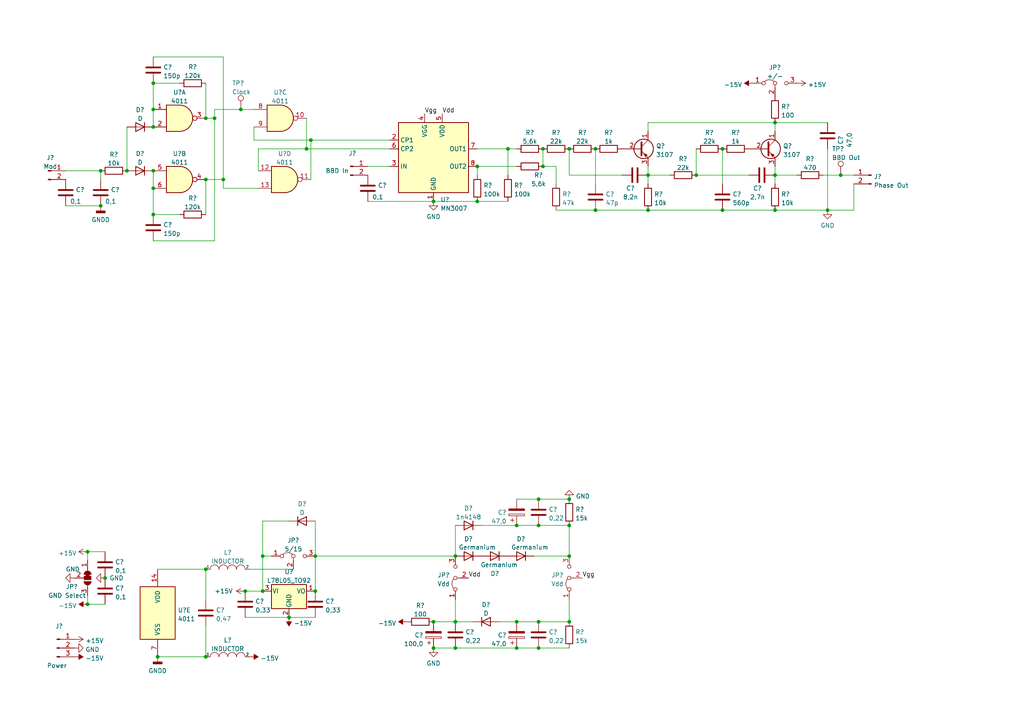
<source format=kicad_sch>
(kicad_sch (version 20211123) (generator eeschema)
  (paper "A4")
  (lib_symbols
    (symbol "4xxx:4011" (pin_names (offset 1.016))
      (property "Reference" "U" (at 0 1.27 0))
      (property "Value" "4011" (at 0 -1.27 0))
      (symbol "4011_1_1"
        (arc (start 0 -3.81) (mid 3.81 0) (end 0 3.81) (stroke (width 0.254)) (fill (type background)))
        (polyline (pts (xy 0 3.81) (xy -3.81 3.81) (xy -3.81 -3.81) (xy 0 -3.81)) (stroke (width 0.254)) (fill (type background)))
        (pin input line (at -7.62 2.54 0) (length 3.81) (name "~") (number "1"))
        (pin input line (at -7.62 -2.54 0) (length 3.81) (name "~") (number "2"))
        (pin output inverted (at 7.62 0 180) (length 3.81) (name "~") (number "3"))
      )
      (symbol "4011_1_2"
        (arc (start -3.81 -3.81) (mid -2.589 0) (end -3.81 3.81) (stroke (width 0.254)))
        (arc (start -0.6096 -3.81) (mid 2.1842 -2.5851) (end 3.81 0) (stroke (width 0.254)) (fill (type background)))
        (polyline (pts (xy -3.81 -3.81) (xy -0.635 -3.81)) (stroke (width 0.254)) (fill (type background)))
        (polyline (pts (xy -3.81 3.81) (xy -0.635 3.81)) (stroke (width 0.254)) (fill (type background)))
        (polyline (pts (xy -0.635 3.81) (xy -3.81 3.81) (xy -3.81 3.81) (xy -3.556 3.4036) (xy -3.0226 2.2606) (xy -2.6924 1.0414) (xy -2.6162 -0.254) (xy -2.7686 -1.4986) (xy -3.175 -2.7178) (xy -3.81 -3.81) (xy -3.81 -3.81) (xy -0.635 -3.81)) (stroke (width -25.4)) (fill (type background)))
        (arc (start 3.81 0) (mid 2.1915 2.5936) (end -0.6096 3.81) (stroke (width 0.254)) (fill (type background)))
        (pin input inverted (at -7.62 2.54 0) (length 4.318) (name "~") (number "1"))
        (pin input inverted (at -7.62 -2.54 0) (length 4.318) (name "~") (number "2"))
        (pin output line (at 7.62 0 180) (length 3.81) (name "~") (number "3"))
      )
      (symbol "4011_2_1"
        (arc (start 0 -3.81) (mid 3.81 0) (end 0 3.81) (stroke (width 0.254)) (fill (type background)))
        (polyline (pts (xy 0 3.81) (xy -3.81 3.81) (xy -3.81 -3.81) (xy 0 -3.81)) (stroke (width 0.254)) (fill (type background)))
        (pin output inverted (at 7.62 0 180) (length 3.81) (name "~") (number "4"))
        (pin input line (at -7.62 2.54 0) (length 3.81) (name "~") (number "5"))
        (pin input line (at -7.62 -2.54 0) (length 3.81) (name "~") (number "6"))
      )
      (symbol "4011_2_2"
        (arc (start -3.81 -3.81) (mid -2.589 0) (end -3.81 3.81) (stroke (width 0.254)))
        (arc (start -0.6096 -3.81) (mid 2.1842 -2.5851) (end 3.81 0) (stroke (width 0.254)) (fill (type background)))
        (polyline (pts (xy -3.81 -3.81) (xy -0.635 -3.81)) (stroke (width 0.254)) (fill (type background)))
        (polyline (pts (xy -3.81 3.81) (xy -0.635 3.81)) (stroke (width 0.254)) (fill (type background)))
        (polyline (pts (xy -0.635 3.81) (xy -3.81 3.81) (xy -3.81 3.81) (xy -3.556 3.4036) (xy -3.0226 2.2606) (xy -2.6924 1.0414) (xy -2.6162 -0.254) (xy -2.7686 -1.4986) (xy -3.175 -2.7178) (xy -3.81 -3.81) (xy -3.81 -3.81) (xy -0.635 -3.81)) (stroke (width -25.4)) (fill (type background)))
        (arc (start 3.81 0) (mid 2.1915 2.5936) (end -0.6096 3.81) (stroke (width 0.254)) (fill (type background)))
        (pin output line (at 7.62 0 180) (length 3.81) (name "~") (number "4"))
        (pin input inverted (at -7.62 2.54 0) (length 4.318) (name "~") (number "5"))
        (pin input inverted (at -7.62 -2.54 0) (length 4.318) (name "~") (number "6"))
      )
      (symbol "4011_3_1"
        (arc (start 0 -3.81) (mid 3.81 0) (end 0 3.81) (stroke (width 0.254)) (fill (type background)))
        (polyline (pts (xy 0 3.81) (xy -3.81 3.81) (xy -3.81 -3.81) (xy 0 -3.81)) (stroke (width 0.254)) (fill (type background)))
        (pin output inverted (at 7.62 0 180) (length 3.81) (name "~") (number "10"))
        (pin input line (at -7.62 2.54 0) (length 3.81) (name "~") (number "8"))
        (pin input line (at -7.62 -2.54 0) (length 3.81) (name "~") (number "9"))
      )
      (symbol "4011_3_2"
        (arc (start -3.81 -3.81) (mid -2.589 0) (end -3.81 3.81) (stroke (width 0.254)))
        (arc (start -0.6096 -3.81) (mid 2.1842 -2.5851) (end 3.81 0) (stroke (width 0.254)) (fill (type background)))
        (polyline (pts (xy -3.81 -3.81) (xy -0.635 -3.81)) (stroke (width 0.254)) (fill (type background)))
        (polyline (pts (xy -3.81 3.81) (xy -0.635 3.81)) (stroke (width 0.254)) (fill (type background)))
        (polyline (pts (xy -0.635 3.81) (xy -3.81 3.81) (xy -3.81 3.81) (xy -3.556 3.4036) (xy -3.0226 2.2606) (xy -2.6924 1.0414) (xy -2.6162 -0.254) (xy -2.7686 -1.4986) (xy -3.175 -2.7178) (xy -3.81 -3.81) (xy -3.81 -3.81) (xy -0.635 -3.81)) (stroke (width -25.4)) (fill (type background)))
        (arc (start 3.81 0) (mid 2.1915 2.5936) (end -0.6096 3.81) (stroke (width 0.254)) (fill (type background)))
        (pin output line (at 7.62 0 180) (length 3.81) (name "~") (number "10"))
        (pin input inverted (at -7.62 2.54 0) (length 4.318) (name "~") (number "8"))
        (pin input inverted (at -7.62 -2.54 0) (length 4.318) (name "~") (number "9"))
      )
      (symbol "4011_4_1"
        (arc (start 0 -3.81) (mid 3.81 0) (end 0 3.81) (stroke (width 0.254)) (fill (type background)))
        (polyline (pts (xy 0 3.81) (xy -3.81 3.81) (xy -3.81 -3.81) (xy 0 -3.81)) (stroke (width 0.254)) (fill (type background)))
        (pin output inverted (at 7.62 0 180) (length 3.81) (name "~") (number "11"))
        (pin input line (at -7.62 2.54 0) (length 3.81) (name "~") (number "12"))
        (pin input line (at -7.62 -2.54 0) (length 3.81) (name "~") (number "13"))
      )
      (symbol "4011_4_2"
        (arc (start -3.81 -3.81) (mid -2.589 0) (end -3.81 3.81) (stroke (width 0.254)))
        (arc (start -0.6096 -3.81) (mid 2.1842 -2.5851) (end 3.81 0) (stroke (width 0.254)) (fill (type background)))
        (polyline (pts (xy -3.81 -3.81) (xy -0.635 -3.81)) (stroke (width 0.254)) (fill (type background)))
        (polyline (pts (xy -3.81 3.81) (xy -0.635 3.81)) (stroke (width 0.254)) (fill (type background)))
        (polyline (pts (xy -0.635 3.81) (xy -3.81 3.81) (xy -3.81 3.81) (xy -3.556 3.4036) (xy -3.0226 2.2606) (xy -2.6924 1.0414) (xy -2.6162 -0.254) (xy -2.7686 -1.4986) (xy -3.175 -2.7178) (xy -3.81 -3.81) (xy -3.81 -3.81) (xy -0.635 -3.81)) (stroke (width -25.4)) (fill (type background)))
        (arc (start 3.81 0) (mid 2.1915 2.5936) (end -0.6096 3.81) (stroke (width 0.254)) (fill (type background)))
        (pin output line (at 7.62 0 180) (length 3.81) (name "~") (number "11"))
        (pin input inverted (at -7.62 2.54 0) (length 4.318) (name "~") (number "12"))
        (pin input inverted (at -7.62 -2.54 0) (length 4.318) (name "~") (number "13"))
      )
      (symbol "4011_5_0"
        (pin power_in line (at 0 12.7 270) (length 5.08) (name "VDD") (number "14"))
        (pin power_in line (at 0 -12.7 90) (length 5.08) (name "VSS") (number "7"))
      )
      (symbol "4011_5_1"
        (rectangle (start -5.08 7.62) (end 5.08 -7.62) (stroke (width 0.254)) (fill (type background)))
      )
    )
    (symbol "Audio:MN3007"
      (property "Reference" "U" (at -10.16 12.7 0))
      (property "Value" "MN3007" (at 10.16 -12.7 0))
      (symbol "MN3007_0_1"
        (rectangle (start -10.16 10.16) (end 10.16 -10.16) (stroke (width 0.254)) (fill (type background)))
      )
      (symbol "MN3007_1_1"
        (pin power_in line (at 0 -12.7 90) (length 2.54) (name "GND") (number "1"))
        (pin input line (at -12.7 5.08 0) (length 2.54) (name "CP1") (number "2"))
        (pin input line (at -12.7 -2.54 0) (length 2.54) (name "IN") (number "3"))
        (pin power_in line (at -2.54 12.7 270) (length 2.54) (name "VGG") (number "4"))
        (pin power_in line (at 2.54 12.7 270) (length 2.54) (name "VDD") (number "5"))
        (pin input line (at -12.7 2.54 0) (length 2.54) (name "CP2") (number "6"))
        (pin output line (at 12.7 2.54 180) (length 2.54) (name "OUT1") (number "7"))
        (pin output line (at 12.7 -2.54 180) (length 2.54) (name "OUT2") (number "8"))
      )
    )
    (symbol "Connector:Conn_01x02_Male" (pin_names (offset 1.016) hide)
      (property "Reference" "J" (at 0 2.54 0))
      (property "Value" "Conn_01x02_Male" (at 0 -5.08 0))
      (symbol "Conn_01x02_Male_1_1"
        (polyline (pts (xy 1.27 -2.54) (xy 0.8636 -2.54)) (stroke (width 0.1524)))
        (polyline (pts (xy 1.27 0) (xy 0.8636 0)) (stroke (width 0.1524)))
        (rectangle (start 0.8636 -2.413) (end 0 -2.667) (stroke (width 0.1524)) (fill (type outline)))
        (rectangle (start 0.8636 0.127) (end 0 -0.127) (stroke (width 0.1524)) (fill (type outline)))
        (pin passive line (at 5.08 0 180) (length 3.81) (name "Pin_1") (number "1"))
        (pin passive line (at 5.08 -2.54 180) (length 3.81) (name "Pin_2") (number "2"))
      )
    )
    (symbol "Connector:Conn_01x03_Male" (pin_names (offset 1.016) hide)
      (property "Reference" "J" (at 0 5.08 0))
      (property "Value" "Conn_01x03_Male" (at 0 -5.08 0))
      (symbol "Conn_01x03_Male_1_1"
        (polyline (pts (xy 1.27 -2.54) (xy 0.8636 -2.54)) (stroke (width 0.1524)))
        (polyline (pts (xy 1.27 0) (xy 0.8636 0)) (stroke (width 0.1524)))
        (polyline (pts (xy 1.27 2.54) (xy 0.8636 2.54)) (stroke (width 0.1524)))
        (rectangle (start 0.8636 -2.413) (end 0 -2.667) (stroke (width 0.1524)) (fill (type outline)))
        (rectangle (start 0.8636 0.127) (end 0 -0.127) (stroke (width 0.1524)) (fill (type outline)))
        (rectangle (start 0.8636 2.667) (end 0 2.413) (stroke (width 0.1524)) (fill (type outline)))
        (pin passive line (at 5.08 2.54 180) (length 3.81) (name "Pin_1") (number "1"))
        (pin passive line (at 5.08 0 180) (length 3.81) (name "Pin_2") (number "2"))
        (pin passive line (at 5.08 -2.54 180) (length 3.81) (name "Pin_3") (number "3"))
      )
    )
    (symbol "Connector:TestPoint" (pin_numbers hide) (pin_names (offset 0.762) hide)
      (property "Reference" "TP" (at 0 6.858 0))
      (property "Value" "TestPoint" (at 0 5.08 0))
      (symbol "TestPoint_0_1"
        (circle (center 0 3.302) (radius 0.762))
      )
      (symbol "TestPoint_1_1"
        (pin passive line (at 0 0 90) (length 2.54) (name "1") (number "1"))
      )
    )
    (symbol "Device:C" (pin_numbers hide) (pin_names (offset 0.254))
      (property "Reference" "C" (at 0.635 2.54 0))
      (property "Value" "C" (at 0.635 -2.54 0))
      (symbol "C_0_1"
        (polyline (pts (xy -2.032 -0.762) (xy 2.032 -0.762)) (stroke (width 0.508)))
        (polyline (pts (xy -2.032 0.762) (xy 2.032 0.762)) (stroke (width 0.508)))
      )
      (symbol "C_1_1"
        (pin passive line (at 0 3.81 270) (length 2.794) (name "~") (number "1"))
        (pin passive line (at 0 -3.81 90) (length 2.794) (name "~") (number "2"))
      )
    )
    (symbol "Device:C_Polarized" (pin_numbers hide) (pin_names (offset 0.254))
      (property "Reference" "C" (at 0.635 2.54 0))
      (property "Value" "C_Polarized" (at 0.635 -2.54 0))
      (symbol "C_Polarized_0_1"
        (rectangle (start -2.286 0.508) (end 2.286 1.016))
        (polyline (pts (xy -1.778 2.286) (xy -0.762 2.286)))
        (polyline (pts (xy -1.27 2.794) (xy -1.27 1.778)))
        (rectangle (start 2.286 -0.508) (end -2.286 -1.016) (fill (type outline)))
      )
      (symbol "C_Polarized_1_1"
        (pin passive line (at 0 3.81 270) (length 2.794) (name "~") (number "1"))
        (pin passive line (at 0 -3.81 90) (length 2.794) (name "~") (number "2"))
      )
    )
    (symbol "Device:D" (pin_numbers hide) (pin_names (offset 1.016) hide)
      (property "Reference" "D" (at 0 2.54 0))
      (property "Value" "D" (at 0 -2.54 0))
      (symbol "D_0_1"
        (polyline (pts (xy -1.27 1.27) (xy -1.27 -1.27)) (stroke (width 0.254)))
        (polyline (pts (xy 1.27 0) (xy -1.27 0)))
        (polyline (pts (xy 1.27 1.27) (xy 1.27 -1.27) (xy -1.27 0) (xy 1.27 1.27)) (stroke (width 0.254)))
      )
      (symbol "D_1_1"
        (pin passive line (at -3.81 0 0) (length 2.54) (name "K") (number "1"))
        (pin passive line (at 3.81 0 180) (length 2.54) (name "A") (number "2"))
      )
    )
    (symbol "Device:Q_PNP_CBE" (pin_names (offset 0) hide)
      (property "Reference" "Q" (at 5.08 1.27 0))
      (property "Value" "Q_PNP_CBE" (at 5.08 -1.27 0))
      (symbol "Q_PNP_CBE_0_1"
        (polyline (pts (xy 0.635 0.635) (xy 2.54 2.54)))
        (polyline (pts (xy 0.635 -0.635) (xy 2.54 -2.54) (xy 2.54 -2.54)))
        (polyline (pts (xy 0.635 1.905) (xy 0.635 -1.905) (xy 0.635 -1.905)) (stroke (width 0.508)))
        (polyline (pts (xy 2.286 -1.778) (xy 1.778 -2.286) (xy 1.27 -1.27) (xy 2.286 -1.778) (xy 2.286 -1.778)) (fill (type outline)))
        (circle (center 1.27 0) (radius 2.8194) (stroke (width 0.254)))
      )
      (symbol "Q_PNP_CBE_1_1"
        (pin passive line (at 2.54 5.08 270) (length 2.54) (name "C") (number "1"))
        (pin input line (at -5.08 0 0) (length 5.715) (name "B") (number "2"))
        (pin passive line (at 2.54 -5.08 90) (length 2.54) (name "E") (number "3"))
      )
    )
    (symbol "Device:R" (pin_numbers hide) (pin_names (offset 0))
      (property "Reference" "R" (at 2.032 0 90))
      (property "Value" "R" (at 0 0 90))
      (symbol "R_0_1"
        (rectangle (start -1.016 -2.54) (end 1.016 2.54) (stroke (width 0.254)))
      )
      (symbol "R_1_1"
        (pin passive line (at 0 3.81 270) (length 1.27) (name "~") (number "1"))
        (pin passive line (at 0 -3.81 90) (length 1.27) (name "~") (number "2"))
      )
    )
    (symbol "Jumper:Jumper_3_Bridged12" (pin_names (offset 0) hide)
      (property "Reference" "JP" (at -2.54 -2.54 0))
      (property "Value" "Jumper_3_Bridged12" (at 0 2.794 0))
      (symbol "Jumper_3_Bridged12_0_0"
        (circle (center -3.302 0) (radius 0.508))
        (circle (center 0 0) (radius 0.508))
        (circle (center 3.302 0) (radius 0.508))
      )
      (symbol "Jumper_3_Bridged12_0_1"
        (arc (start -0.254 0.508) (mid -1.651 0.9912) (end -3.048 0.508))
        (polyline (pts (xy 0 -1.27) (xy 0 -0.508)))
      )
      (symbol "Jumper_3_Bridged12_1_1"
        (pin passive line (at -6.35 0 0) (length 2.54) (name "A") (number "1"))
        (pin passive line (at 0 -3.81 90) (length 2.54) (name "C") (number "2"))
        (pin passive line (at 6.35 0 180) (length 2.54) (name "B") (number "3"))
      )
    )
    (symbol "Jumper:SolderJumper_3_Bridged12" (pin_names (offset 0) hide)
      (property "Reference" "JP" (at -2.54 -2.54 0))
      (property "Value" "SolderJumper_3_Bridged12" (at 0 2.794 0))
      (symbol "SolderJumper_3_Bridged12_0_1"
        (rectangle (start -1.016 0.508) (end -0.508 -0.508) (fill (type outline)))
        (arc (start -1.016 1.016) (mid -2.032 0) (end -1.016 -1.016))
        (arc (start -1.016 1.016) (mid -2.032 0) (end -1.016 -1.016) (fill (type outline)))
        (rectangle (start -0.508 1.016) (end 0.508 -1.016) (fill (type outline)))
        (polyline (pts (xy -2.54 0) (xy -2.032 0)))
        (polyline (pts (xy -1.016 1.016) (xy -1.016 -1.016)))
        (polyline (pts (xy 0 -1.27) (xy 0 -1.016)))
        (polyline (pts (xy 1.016 1.016) (xy 1.016 -1.016)))
        (polyline (pts (xy 2.54 0) (xy 2.032 0)))
        (arc (start 1.016 -1.016) (mid 2.032 0) (end 1.016 1.016))
        (arc (start 1.016 -1.016) (mid 2.032 0) (end 1.016 1.016) (fill (type outline)))
      )
      (symbol "SolderJumper_3_Bridged12_1_1"
        (pin passive line (at -5.08 0 0) (length 2.54) (name "A") (number "1"))
        (pin passive line (at 0 -3.81 90) (length 2.54) (name "C") (number "2"))
        (pin passive line (at 5.08 0 180) (length 2.54) (name "B") (number "3"))
      )
    )
    (symbol "Regulator_Linear:L78L05_TO92" (pin_names (offset 0.254))
      (property "Reference" "U" (at -3.81 3.175 0))
      (property "Value" "L78L05_TO92" (at 0 3.175 0))
      (symbol "L78L05_TO92_0_1"
        (rectangle (start -5.08 -5.08) (end 5.08 1.905) (stroke (width 0.254)) (fill (type background)))
      )
      (symbol "L78L05_TO92_1_1"
        (pin power_out line (at 7.62 0 180) (length 2.54) (name "VO") (number "1"))
        (pin power_in line (at 0 -7.62 90) (length 2.54) (name "GND") (number "2"))
        (pin power_in line (at -7.62 0 0) (length 2.54) (name "VI") (number "3"))
      )
    )
    (symbol "power:+15V" (power) (pin_names (offset 0))
      (property "Value" "+15V" (at 0 3.556 0))
      (symbol "+15V_0_1"
        (polyline (pts (xy -0.762 1.27) (xy 0 2.54)))
        (polyline (pts (xy 0 0) (xy 0 2.54)))
        (polyline (pts (xy 0 2.54) (xy 0.762 1.27)))
      )
      (symbol "+15V_1_1"
        (pin power_in line (at 0 0 90) (length 0) hide (name "+15V") (number "1"))
      )
    )
    (symbol "power:-15V" (power) (pin_names (offset 0))
      (property "Value" "-15V" (at 0 3.81 0))
      (symbol "-15V_0_0"
        (pin power_in line (at 0 0 90) (length 0) hide (name "-15V") (number "1"))
      )
      (symbol "-15V_0_1"
        (polyline (pts (xy 0 0) (xy 0 1.27) (xy 0.762 1.27) (xy 0 2.54) (xy -0.762 1.27) (xy 0 1.27)) (fill (type outline)))
      )
    )
    (symbol "power:GND" (power) (pin_names (offset 0))
      (property "Value" "GND" (at 0 -3.81 0))
      (symbol "GND_0_1"
        (polyline (pts (xy 0 0) (xy 0 -1.27) (xy 1.27 -1.27) (xy 0 -2.54) (xy -1.27 -1.27) (xy 0 -1.27)))
      )
      (symbol "GND_1_1"
        (pin power_in line (at 0 0 270) (length 0) hide (name "GND") (number "1"))
      )
    )
    (symbol "power:GNDD" (power) (pin_names (offset 0))
      (property "Value" "GNDD" (at 0 -3.175 0))
      (symbol "GNDD_0_1"
        (rectangle (start -1.27 -1.524) (end 1.27 -2.032) (stroke (width 0.254)) (fill (type outline)))
        (polyline (pts (xy 0 0) (xy 0 -1.524)))
      )
      (symbol "GNDD_1_1"
        (pin power_in line (at 0 0 270) (length 0) hide (name "GNDD") (number "1"))
      )
    )
    (symbol "pspice:INDUCTOR" (pin_numbers hide) (pin_names (offset 0))
      (property "Reference" "L" (at 0 2.54 0))
      (property "Value" "INDUCTOR" (at 0 -1.27 0))
      (symbol "INDUCTOR_0_1"
        (arc (start -2.54 0) (mid -3.81 1.27) (end -5.08 0))
        (arc (start 0 0) (mid -1.27 1.27) (end -2.54 0))
        (arc (start 2.54 0) (mid 1.27 1.27) (end 0 0))
        (arc (start 5.08 0) (mid 3.81 1.27) (end 2.54 0))
      )
      (symbol "INDUCTOR_1_1"
        (pin input line (at -6.35 0 0) (length 1.27) (name "1") (number "1"))
        (pin input line (at 6.35 0 180) (length 1.27) (name "2") (number "2"))
      )
    )
  )
  (junction (at 25.4 160.02))
  (junction (at 165.1 43.18))
  (junction (at 125.73 58.42))
  (junction (at 44.45 24.13))
  (junction (at 172.72 43.18))
  (junction (at 88.9 43.18))
  (junction (at 62.23 34.29))
  (junction (at 59.69 165.1))
  (junction (at 149.86 152.4))
  (junction (at 138.43 48.26))
  (junction (at 224.79 35.56))
  (junction (at 91.44 171.45))
  (junction (at 125.73 180.34))
  (junction (at 165.1 152.4))
  (junction (at 156.21 152.4))
  (junction (at 149.86 180.34))
  (junction (at 30.48 167.64))
  (junction (at 132.08 187.96))
  (junction (at 201.93 50.8))
  (junction (at 156.21 144.78))
  (junction (at 147.32 43.18))
  (junction (at 91.44 161.29))
  (junction (at 59.69 190.5))
  (junction (at 209.55 60.96))
  (junction (at 209.55 43.18))
  (junction (at 44.45 62.23))
  (junction (at 44.45 54.61))
  (junction (at 125.73 187.96))
  (junction (at 76.2 171.45))
  (junction (at 187.96 60.96))
  (junction (at 187.96 50.8))
  (junction (at 157.48 48.26))
  (junction (at 224.79 50.8))
  (junction (at 25.4 175.26))
  (junction (at 64.77 52.07))
  (junction (at 149.86 187.96))
  (junction (at 156.21 187.96))
  (junction (at 157.48 43.18))
  (junction (at 165.1 161.29))
  (junction (at 29.21 49.53))
  (junction (at 165.1 144.78))
  (junction (at 156.21 180.34))
  (junction (at 29.21 59.69))
  (junction (at 36.83 49.53))
  (junction (at 71.12 171.45))
  (junction (at 76.2 161.29))
  (junction (at 243.84 50.8))
  (junction (at 224.79 60.96))
  (junction (at 44.45 49.53))
  (junction (at 90.17 40.64))
  (junction (at 172.72 60.96))
  (junction (at 45.72 190.5))
  (junction (at 132.08 161.29))
  (junction (at 165.1 180.34))
  (junction (at 44.45 36.83))
  (junction (at 138.43 58.42))
  (junction (at 44.45 31.75))
  (junction (at 59.69 52.07))
  (junction (at 132.08 180.34))
  (junction (at 69.85 31.75))
  (junction (at 83.82 179.07))
  (junction (at 240.03 60.96))
  (junction (at 59.69 34.29))
  (wire (pts (xy 19.05 59.69) (xy 29.21 59.69)))
  (wire (pts (xy 132.08 187.96) (xy 149.86 187.96)))
  (wire (pts (xy 217.17 50.8) (xy 201.93 50.8)))
  (wire (pts (xy 180.34 50.8) (xy 165.1 50.8)))
  (wire (pts (xy 44.45 62.23) (xy 44.45 54.61)))
  (wire (pts (xy 240.03 43.18) (xy 240.03 60.96)))
  (wire (pts (xy 187.96 50.8) (xy 187.96 53.34)))
  (wire (pts (xy 201.93 50.8) (xy 201.93 43.18)))
  (wire (pts (xy 62.23 34.29) (xy 59.69 34.29)))
  (wire (pts (xy 71.12 171.45) (xy 76.2 171.45)))
  (wire (pts (xy 224.79 48.26) (xy 224.79 50.8)))
  (wire (pts (xy 156.21 152.4) (xy 165.1 152.4)))
  (wire (pts (xy 44.45 49.53) (xy 44.45 54.61)))
  (wire (pts (xy 247.65 60.96) (xy 240.03 60.96)))
  (wire (pts (xy 238.76 50.8) (xy 243.84 50.8)))
  (wire (pts (xy 209.55 43.18) (xy 209.55 53.34)))
  (wire (pts (xy 157.48 43.18) (xy 157.48 48.26)))
  (wire (pts (xy 243.84 50.8) (xy 247.65 50.8)))
  (wire (pts (xy 64.77 16.51) (xy 64.77 52.07)))
  (wire (pts (xy 165.1 173.99) (xy 165.1 180.34)))
  (wire (pts (xy 52.07 24.13) (xy 44.45 24.13)))
  (wire (pts (xy 73.66 31.75) (xy 69.85 31.75)))
  (wire (pts (xy 187.96 38.1) (xy 187.96 35.56)))
  (wire (pts (xy 165.1 152.4) (xy 165.1 161.29)))
  (wire (pts (xy 25.4 160.02) (xy 25.4 162.56)))
  (wire (pts (xy 36.83 36.83) (xy 36.83 49.53)))
  (wire (pts (xy 138.43 48.26) (xy 138.43 50.8)))
  (wire (pts (xy 78.74 161.29) (xy 76.2 161.29)))
  (wire (pts (xy 44.45 16.51) (xy 64.77 16.51)))
  (wire (pts (xy 125.73 180.34) (xy 132.08 180.34)))
  (wire (pts (xy 161.29 53.34) (xy 161.29 48.26)))
  (wire (pts (xy 209.55 60.96) (xy 224.79 60.96)))
  (wire (pts (xy 156.21 144.78) (xy 165.1 144.78)))
  (wire (pts (xy 76.2 161.29) (xy 76.2 171.45)))
  (wire (pts (xy 172.72 43.18) (xy 172.72 53.34)))
  (wire (pts (xy 44.45 31.75) (xy 44.45 36.83)))
  (wire (pts (xy 187.96 60.96) (xy 209.55 60.96)))
  (wire (pts (xy 44.45 69.85) (xy 62.23 69.85)))
  (wire (pts (xy 144.78 180.34) (xy 149.86 180.34)))
  (wire (pts (xy 132.08 173.99) (xy 132.08 180.34)))
  (wire (pts (xy 125.73 187.96) (xy 132.08 187.96)))
  (wire (pts (xy 88.9 34.29) (xy 88.9 43.18)))
  (wire (pts (xy 69.85 31.75) (xy 62.23 31.75)))
  (wire (pts (xy 88.9 43.18) (xy 74.93 43.18)))
  (wire (pts (xy 45.72 190.5) (xy 59.69 190.5)))
  (wire (pts (xy 71.12 179.07) (xy 83.82 179.07)))
  (wire (pts (xy 64.77 52.07) (xy 59.69 52.07)))
  (wire (pts (xy 19.05 49.53) (xy 29.21 49.53)))
  (wire (pts (xy 161.29 48.26) (xy 157.48 48.26)))
  (wire (pts (xy 45.72 165.1) (xy 59.69 165.1)))
  (wire (pts (xy 125.73 58.42) (xy 138.43 58.42)))
  (wire (pts (xy 138.43 48.26) (xy 149.86 48.26)))
  (wire (pts (xy 90.17 40.64) (xy 90.17 52.07)))
  (wire (pts (xy 187.96 48.26) (xy 187.96 50.8)))
  (wire (pts (xy 52.07 62.23) (xy 44.45 62.23)))
  (wire (pts (xy 138.43 43.18) (xy 147.32 43.18)))
  (wire (pts (xy 73.66 40.64) (xy 90.17 40.64)))
  (wire (pts (xy 72.39 165.1) (xy 85.09 165.1)))
  (wire (pts (xy 154.94 161.29) (xy 165.1 161.29)))
  (wire (pts (xy 91.44 161.29) (xy 132.08 161.29)))
  (wire (pts (xy 73.66 36.83) (xy 73.66 40.64)))
  (wire (pts (xy 132.08 152.4) (xy 132.08 161.29)))
  (wire (pts (xy 156.21 187.96) (xy 165.1 187.96)))
  (wire (pts (xy 74.93 54.61) (xy 64.77 54.61)))
  (wire (pts (xy 83.82 151.13) (xy 76.2 151.13)))
  (wire (pts (xy 224.79 35.56) (xy 240.03 35.56)))
  (wire (pts (xy 247.65 53.34) (xy 247.65 60.96)))
  (wire (pts (xy 29.21 52.07) (xy 29.21 49.53)))
  (wire (pts (xy 106.68 58.42) (xy 125.73 58.42)))
  (wire (pts (xy 91.44 161.29) (xy 91.44 171.45)))
  (wire (pts (xy 90.17 40.64) (xy 113.03 40.64)))
  (wire (pts (xy 165.1 50.8) (xy 165.1 43.18)))
  (wire (pts (xy 62.23 69.85) (xy 62.23 34.29)))
  (wire (pts (xy 172.72 60.96) (xy 187.96 60.96)))
  (wire (pts (xy 91.44 151.13) (xy 91.44 161.29)))
  (wire (pts (xy 62.23 31.75) (xy 62.23 34.29)))
  (wire (pts (xy 59.69 52.07) (xy 59.69 62.23)))
  (wire (pts (xy 224.79 50.8) (xy 224.79 53.34)))
  (wire (pts (xy 147.32 43.18) (xy 149.86 43.18)))
  (wire (pts (xy 64.77 54.61) (xy 64.77 52.07)))
  (wire (pts (xy 231.14 50.8) (xy 224.79 50.8)))
  (wire (pts (xy 149.86 144.78) (xy 156.21 144.78)))
  (wire (pts (xy 83.82 179.07) (xy 91.44 179.07)))
  (wire (pts (xy 240.03 60.96) (xy 224.79 60.96)))
  (wire (pts (xy 25.4 160.02) (xy 30.48 160.02)))
  (wire (pts (xy 161.29 60.96) (xy 172.72 60.96)))
  (wire (pts (xy 59.69 190.5) (xy 59.69 181.61)))
  (wire (pts (xy 59.69 165.1) (xy 59.69 173.99)))
  (wire (pts (xy 88.9 43.18) (xy 113.03 43.18)))
  (wire (pts (xy 59.69 24.13) (xy 59.69 34.29)))
  (wire (pts (xy 149.86 187.96) (xy 156.21 187.96)))
  (wire (pts (xy 187.96 35.56) (xy 224.79 35.56)))
  (wire (pts (xy 44.45 24.13) (xy 44.45 31.75)))
  (wire (pts (xy 156.21 180.34) (xy 165.1 180.34)))
  (wire (pts (xy 138.43 58.42) (xy 147.32 58.42)))
  (wire (pts (xy 224.79 35.56) (xy 224.79 38.1)))
  (wire (pts (xy 147.32 43.18) (xy 147.32 50.8)))
  (wire (pts (xy 194.31 50.8) (xy 187.96 50.8)))
  (wire (pts (xy 25.4 172.72) (xy 25.4 175.26)))
  (wire (pts (xy 25.4 175.26) (xy 30.48 175.26)))
  (wire (pts (xy 132.08 180.34) (xy 137.16 180.34)))
  (wire (pts (xy 76.2 151.13) (xy 76.2 161.29)))
  (wire (pts (xy 149.86 152.4) (xy 156.21 152.4)))
  (wire (pts (xy 139.7 152.4) (xy 149.86 152.4)))
  (wire (pts (xy 106.68 48.26) (xy 113.03 48.26)))
  (wire (pts (xy 74.93 43.18) (xy 74.93 49.53)))
  (wire (pts (xy 149.86 180.34) (xy 156.21 180.34)))
  (label "Vdd" (at 135.89 167.64 0))
  (label "Vdd" (at 128.27 33.02 0))
  (label "Vgg" (at 123.19 33.02 0))
  (label "Vgg" (at 168.91 167.64 0))
  (symbol (lib_id "Device:D") (at 135.89 161.29 180) (unit 1)
    (property "Reference" "D?" (at 135.89 156.3202 0))
    (property "Value" "Germanium" (at 138.43 158.75 0))
  )
  (symbol (lib_id "Device:R") (at 55.88 62.23 90) (unit 1)
    (property "Reference" "R?" (at 55.88 57.5142 90))
    (property "Value" "120k" (at 55.88 60.0511 90))
  )
  (symbol (lib_id "power:GND") (at 165.1 144.78 180) (unit 1)
    (property "Reference" "#PWR?" (effects hide))
    (property "Value" "GND" (at 167.005 143.9438 0) (effects (justify right)))
  )
  (symbol (lib_id "Device:D") (at 151.13 161.29 180) (unit 1)
    (property "Reference" "D?" (at 151.13 156.3202 0))
    (property "Value" "Germanium" (at 153.67 158.75 0))
  )
  (symbol (lib_id "Device:R") (at 205.74 43.18 90) (unit 1)
    (property "Reference" "R?" (at 205.74 38.4642 90))
    (property "Value" "22k" (at 205.74 41.0011 90))
  )
  (symbol (lib_id "Device:D") (at 40.64 49.53 180) (unit 1)
    (property "Reference" "D?" (at 40.64 44.5602 0))
    (property "Value" "D" (at 40.64 47.0971 0))
  )
  (symbol (lib_id "power:-15V") (at 21.59 190.5 270) (unit 1)
    (property "Reference" "#PWR?" (effects hide))
    (property "Value" "-15V" (at 24.765 190.9338 90) (effects (justify left)))
  )
  (symbol (lib_id "4xxx:4011") (at 45.72 177.8 0) (unit 5)
    (property "Reference" "U?" (at 51.562 176.9653 0) (effects (justify left)))
    (property "Value" "4011" (at 51.562 179.5022 0) (effects (justify left)))
    (property "Datasheet" "http://www.intersil.com/content/dam/Intersil/documents/cd40/cd4011bms-12bms-23bms.pdf" (effects hide))
  )
  (symbol (lib_id "Device:C") (at 156.21 148.59 0) (unit 1)
    (property "Reference" "C?" (at 159.131 147.7553 0) (effects (justify left)))
    (property "Value" "0,22" (at 159.131 150.2922 0) (effects (justify left)))
  )
  (symbol (lib_id "power:+15V") (at 21.59 185.42 270) (unit 1)
    (property "Reference" "#PWR?" (effects hide))
    (property "Value" "+15V" (at 24.765 185.8538 90) (effects (justify left)))
  )
  (symbol (lib_id "4xxx:4011") (at 52.07 52.07 0) (unit 2)
    (property "Reference" "U?" (at 52.07 44.5602 0))
    (property "Value" "4011" (at 52.07 47.0971 0))
    (property "Datasheet" "http://www.intersil.com/content/dam/Intersil/documents/cd40/cd4011bms-12bms-23bms.pdf" (effects hide))
  )
  (symbol (lib_id "Device:C") (at 209.55 57.15 180) (unit 1)
    (property "Reference" "C?" (at 212.471 56.3153 0) (effects (justify right)))
    (property "Value" "560p" (at 212.471 58.8522 0) (effects (justify right)))
  )
  (symbol (lib_id "Device:R") (at 147.32 54.61 180) (unit 1)
    (property "Reference" "R?" (at 149.098 53.7753 0) (effects (justify right)))
    (property "Value" "100k" (at 149.098 56.3122 0) (effects (justify right)))
  )
  (symbol (lib_id "power:+15V") (at 231.14 24.13 270) (unit 1)
    (property "Reference" "#PWR?" (effects hide))
    (property "Value" "+15V" (at 234.315 24.5638 90) (effects (justify left)))
  )
  (symbol (lib_id "Device:C") (at 220.98 50.8 90) (unit 1)
    (property "Reference" "C?" (at 219.71 54.61 90))
    (property "Value" "2,7n" (at 219.71 57.15 90))
  )
  (symbol (lib_id "4xxx:4011") (at 52.07 34.29 0) (unit 1)
    (property "Reference" "U?" (at 52.07 26.7802 0))
    (property "Value" "4011" (at 52.07 29.3171 0))
    (property "Datasheet" "http://www.intersil.com/content/dam/Intersil/documents/cd40/cd4011bms-12bms-23bms.pdf" (effects hide))
  )
  (symbol (lib_id "power:GND") (at 240.03 60.96 0) (unit 1)
    (property "Reference" "#PWR?" (effects hide))
    (property "Value" "GND" (at 240.03 65.4034 0))
  )
  (symbol (lib_id "Device:C_Polarized") (at 149.86 148.59 0) (mirror x) (unit 1)
    (property "Reference" "C?" (at 146.9391 148.6443 0) (effects (justify right)))
    (property "Value" "47,0" (at 146.9391 151.1812 0) (effects (justify right)))
  )
  (symbol (lib_id "Connector:Conn_01x02_Male") (at 252.73 50.8 0) (mirror y) (unit 1)
    (property "Reference" "J?" (at 253.4412 51.2353 0) (effects (justify right)))
    (property "Value" "Phase Out" (at 253.4412 53.7722 0) (effects (justify right)))
  )
  (symbol (lib_id "power:GND") (at 125.73 58.42 0) (unit 1)
    (property "Reference" "#PWR?" (effects hide))
    (property "Value" "GND" (at 125.73 62.8634 0))
  )
  (symbol (lib_id "Connector:TestPoint") (at 243.84 50.8 0) (unit 1)
    (property "Reference" "TP?" (at 241.3 43.18 0) (effects (justify left)))
    (property "Value" "BBD Out" (at 241.3 45.72 0) (effects (justify left)))
  )
  (symbol (lib_id "Jumper:Jumper_3_Bridged12") (at 132.08 167.64 90) (unit 1)
    (property "Reference" "JP?" (at 130.4539 166.8053 90) (effects (justify left)))
    (property "Value" "Vdd" (at 130.4539 169.3422 90) (effects (justify left)))
  )
  (symbol (lib_id "Device:C_Polarized") (at 149.86 184.15 0) (mirror x) (unit 1)
    (property "Reference" "C?" (at 146.9391 184.2043 0) (effects (justify right)))
    (property "Value" "47,0" (at 146.9391 186.7412 0) (effects (justify right)))
  )
  (symbol (lib_id "Device:C") (at 172.72 57.15 180) (unit 1)
    (property "Reference" "C?" (at 175.641 56.3153 0) (effects (justify right)))
    (property "Value" "47p" (at 175.641 58.8522 0) (effects (justify right)))
  )
  (symbol (lib_id "power:GND") (at 30.48 167.64 270) (unit 1)
    (property "Reference" "#PWR?" (effects hide))
    (property "Value" "GND" (at 31.75 167.64 90) (effects (justify left)))
  )
  (symbol (lib_id "Device:R") (at 55.88 24.13 90) (unit 1)
    (property "Reference" "R?" (at 55.88 19.4142 90))
    (property "Value" "120k" (at 55.88 21.9511 90))
  )
  (symbol (lib_id "Device:R") (at 187.96 57.15 180) (unit 1)
    (property "Reference" "R?" (at 189.738 56.3153 0) (effects (justify right)))
    (property "Value" "10k" (at 189.738 58.8522 0) (effects (justify right)))
  )
  (symbol (lib_id "Device:R") (at 213.36 43.18 90) (unit 1)
    (property "Reference" "R?" (at 213.36 38.4642 90))
    (property "Value" "1k" (at 213.36 41.0011 90))
  )
  (symbol (lib_id "Device:D") (at 87.63 151.13 0) (unit 1)
    (property "Reference" "D?" (at 87.63 146.1602 0))
    (property "Value" "D" (at 87.63 148.6971 0))
  )
  (symbol (lib_id "Jumper:SolderJumper_3_Bridged12") (at 25.4 167.64 270) (unit 1)
    (property "Reference" "JP?" (at 19.05 170.18 90) (effects (justify left)))
    (property "Value" "GND Select" (at 13.97 172.72 90) (effects (justify left)))
  )
  (symbol (lib_id "Connector:Conn_01x02_Male") (at 13.97 49.53 0) (unit 1)
    (property "Reference" "J?" (at 14.605 45.754 0))
    (property "Value" "Mod" (at 14.605 48.2909 0))
  )
  (symbol (lib_id "power:+15V") (at 25.4 160.02 90) (unit 1)
    (property "Reference" "#PWR?" (effects hide))
    (property "Value" "+15V" (at 22.225 160.4538 90) (effects (justify left)))
  )
  (symbol (lib_id "power:GNDD") (at 45.72 190.5 0) (unit 1)
    (property "Reference" "#PWR?" (effects hide))
    (property "Value" "GNDD" (at 45.72 194.5624 0))
  )
  (symbol (lib_id "Connector:Conn_01x03_Male") (at 16.51 187.96 0) (unit 1)
    (property "Reference" "J?" (at 17.145 181.644 0))
    (property "Value" "Power" (at 16.51 193.04 0))
  )
  (symbol (lib_id "Device:C") (at 44.45 66.04 0) (unit 1)
    (property "Reference" "C?" (at 47.371 65.2053 0) (effects (justify left)))
    (property "Value" "150p" (at 47.371 67.7422 0) (effects (justify left)))
  )
  (symbol (lib_id "Device:Q_PNP_CBE") (at 185.42 43.18 0) (unit 1)
    (property "Reference" "Q?" (at 190.2714 42.3453 0) (effects (justify left)))
    (property "Value" "3107" (at 190.2714 44.8822 0) (effects (justify left)))
  )
  (symbol (lib_id "power:GND") (at 21.59 167.64 270) (unit 1)
    (property "Reference" "#PWR?" (effects hide))
    (property "Value" "GND" (at 19.05 165.1 90) (effects (justify left)))
  )
  (symbol (lib_id "Device:Q_PNP_CBE") (at 222.25 43.18 0) (unit 1)
    (property "Reference" "Q?" (at 227.1014 42.3453 0) (effects (justify left)))
    (property "Value" "3107" (at 227.1014 44.8822 0) (effects (justify left)))
  )
  (symbol (lib_id "Jumper:Jumper_3_Bridged12") (at 224.79 24.13 0) (unit 1)
    (property "Reference" "JP?" (at 224.79 19.566 0))
    (property "Value" "+/-" (at 224.79 22.1029 0))
  )
  (symbol (lib_id "Device:C_Polarized") (at 125.73 184.15 0) (mirror x) (unit 1)
    (property "Reference" "C?" (at 122.8091 184.2043 0) (effects (justify right)))
    (property "Value" "100,0" (at 122.8091 186.7412 0) (effects (justify right)))
  )
  (symbol (lib_id "Device:D") (at 140.97 180.34 0) (unit 1)
    (property "Reference" "D?" (at 140.97 175.3702 0))
    (property "Value" "D" (at 140.97 177.9071 0))
  )
  (symbol (lib_id "Device:R") (at 165.1 184.15 0) (unit 1)
    (property "Reference" "R?" (at 166.878 183.3153 0) (effects (justify left)))
    (property "Value" "15k" (at 166.878 185.8522 0) (effects (justify left)))
  )
  (symbol (lib_id "Device:C") (at 240.03 39.37 180) (unit 1)
    (property "Reference" "C?" (at 243.84 40.64 90))
    (property "Value" "47,0" (at 246.38 40.64 90))
  )
  (symbol (lib_id "pspice:INDUCTOR") (at 66.04 165.1 0) (unit 1)
    (property "Reference" "L?" (at 66.04 160.2572 0))
    (property "Value" "INDUCTOR" (at 66.04 162.7941 0))
  )
  (symbol (lib_id "Device:C") (at 44.45 20.32 0) (unit 1)
    (property "Reference" "C?" (at 47.371 19.4853 0) (effects (justify left)))
    (property "Value" "150p" (at 47.371 22.0222 0) (effects (justify left)))
  )
  (symbol (lib_id "4xxx:4011") (at 81.28 34.29 0) (unit 3)
    (property "Reference" "U?" (at 81.28 26.7802 0))
    (property "Value" "4011" (at 81.28 29.3171 0))
    (property "Datasheet" "http://www.intersil.com/content/dam/Intersil/documents/cd40/cd4011bms-12bms-23bms.pdf" (effects hide))
  )
  (symbol (lib_id "Connector:Conn_01x02_Male") (at 101.6 48.26 0) (unit 1)
    (property "Reference" "J?" (at 102.235 44.484 0))
    (property "Value" "BBD In" (at 97.79 49.53 0))
  )
  (symbol (lib_id "Device:R") (at 165.1 148.59 0) (unit 1)
    (property "Reference" "R?" (at 166.878 147.7553 0) (effects (justify left)))
    (property "Value" "15k" (at 166.878 150.2922 0) (effects (justify left)))
  )
  (symbol (lib_id "power:-15V") (at 118.11 180.34 90) (unit 1)
    (property "Reference" "#PWR?" (effects hide))
    (property "Value" "-15V" (at 114.935 180.7738 90) (effects (justify left)))
  )
  (symbol (lib_id "Device:R") (at 224.79 57.15 180) (unit 1)
    (property "Reference" "R?" (at 226.568 56.3153 0) (effects (justify right)))
    (property "Value" "10k" (at 226.568 58.8522 0) (effects (justify right)))
  )
  (symbol (lib_id "Device:C") (at 184.15 50.8 90) (unit 1)
    (property "Reference" "C?" (at 182.88 54.61 90))
    (property "Value" "8,2n" (at 182.88 57.15 90))
  )
  (symbol (lib_id "Device:R") (at 224.79 31.75 180) (unit 1)
    (property "Reference" "R?" (at 226.568 30.9153 0) (effects (justify right)))
    (property "Value" "100" (at 226.568 33.4522 0) (effects (justify right)))
  )
  (symbol (lib_id "power:-15V") (at 72.39 190.5 270) (unit 1)
    (property "Reference" "#PWR?" (effects hide))
    (property "Value" "-15V" (at 75.565 190.9338 90) (effects (justify left)))
  )
  (symbol (lib_id "Device:D") (at 135.89 152.4 180) (unit 1)
    (property "Reference" "D?" (at 135.89 147.4302 0))
    (property "Value" "1n4148" (at 135.89 149.9671 0))
  )
  (symbol (lib_id "Connector:TestPoint") (at 69.85 31.75 0) (unit 1)
    (property "Reference" "TP?" (at 67.31 24.13 0) (effects (justify left)))
    (property "Value" "Clock" (at 67.31 26.67 0) (effects (justify left)))
  )
  (symbol (lib_id "Device:R") (at 161.29 43.18 90) (unit 1)
    (property "Reference" "R?" (at 161.29 38.4642 90))
    (property "Value" "22k" (at 161.29 41.0011 90))
  )
  (symbol (lib_id "Device:C") (at 59.69 177.8 0) (unit 1)
    (property "Reference" "C?" (at 62.611 176.9653 0) (effects (justify left)))
    (property "Value" "0,47" (at 62.611 179.5022 0) (effects (justify left)))
  )
  (symbol (lib_id "Device:R") (at 121.92 180.34 270) (unit 1)
    (property "Reference" "R?" (at 121.92 175.6242 90))
    (property "Value" "100" (at 121.92 178.1611 90))
  )
  (symbol (lib_id "power:-15V") (at 25.4 175.26 90) (unit 1)
    (property "Reference" "#PWR?" (effects hide))
    (property "Value" "-15V" (at 22.225 175.6938 90) (effects (justify left)))
  )
  (symbol (lib_id "Device:C") (at 71.12 175.26 0) (unit 1)
    (property "Reference" "C?" (at 74.041 174.4253 0) (effects (justify left)))
    (property "Value" "0,33" (at 74.041 176.9622 0) (effects (justify left)))
  )
  (symbol (lib_id "power:GNDD") (at 29.21 59.69 0) (unit 1)
    (property "Reference" "#PWR?" (effects hide))
    (property "Value" "GNDD" (at 29.21 63.7524 0))
  )
  (symbol (lib_id "Device:C") (at 91.44 175.26 0) (unit 1)
    (property "Reference" "C?" (at 94.361 174.4253 0) (effects (justify left)))
    (property "Value" "0,33" (at 94.361 176.9622 0) (effects (justify left)))
  )
  (symbol (lib_id "power:GND") (at 125.73 187.96 0) (unit 1)
    (property "Reference" "#PWR?" (effects hide))
    (property "Value" "GND" (at 125.73 192.4034 0))
  )
  (symbol (lib_id "Device:R") (at 153.67 43.18 270) (unit 1)
    (property "Reference" "R?" (at 153.67 38.4642 90))
    (property "Value" "5,6k" (at 153.67 41.0011 90))
  )
  (symbol (lib_id "Jumper:Jumper_3_Bridged12") (at 85.09 161.29 0) (unit 1)
    (property "Reference" "JP?" (at 85.09 156.726 0))
    (property "Value" "5/15" (at 85.09 159.2629 0))
  )
  (symbol (lib_id "Device:C") (at 19.05 55.88 0) (unit 1)
    (property "Reference" "C?" (at 21.971 55.0453 0) (effects (justify left)))
    (property "Value" "0,1" (at 20.32 58.42 0) (effects (justify left)))
  )
  (symbol (lib_id "Device:C") (at 106.68 54.61 0) (unit 1)
    (property "Reference" "C?" (at 109.601 53.7753 0) (effects (justify left)))
    (property "Value" "0,1" (at 107.95 57.15 0) (effects (justify left)))
  )
  (symbol (lib_id "Regulator_Linear:L78L05_TO92") (at 83.82 171.45 0) (unit 1)
    (property "Reference" "U?" (at 83.82 165.8452 0))
    (property "Value" "L78L05_TO92" (at 83.82 168.3821 0))
    (property "Footprint" "Package_TO_SOT_THT:TO-92_Inline" (effects hide))
    (property "Datasheet" "http://www.st.com/content/ccc/resource/technical/document/datasheet/15/55/e5/aa/23/5b/43/fd/CD00000446.pdf/files/CD00000446.pdf/jcr:content/translations/en.CD00000446.pdf" (effects hide))
  )
  (symbol (lib_id "Device:R") (at 168.91 43.18 90) (unit 1)
    (property "Reference" "R?" (at 168.91 38.4642 90))
    (property "Value" "22k" (at 168.91 41.0011 90))
  )
  (symbol (lib_id "power:-15V") (at 218.44 24.13 90) (unit 1)
    (property "Reference" "#PWR?" (effects hide))
    (property "Value" "-15V" (at 215.265 24.5638 90) (effects (justify left)))
  )
  (symbol (lib_id "Device:R") (at 198.12 50.8 90) (unit 1)
    (property "Reference" "R?" (at 198.12 46.0842 90))
    (property "Value" "22k" (at 198.12 48.6211 90))
  )
  (symbol (lib_id "Device:R") (at 234.95 50.8 90) (unit 1)
    (property "Reference" "R?" (at 234.95 46.0842 90))
    (property "Value" "470" (at 234.95 48.6211 90))
  )
  (symbol (lib_id "power:GND") (at 21.59 187.96 90) (unit 1)
    (property "Reference" "#PWR?" (effects hide))
    (property "Value" "GND" (at 24.765 188.3938 90) (effects (justify right)))
  )
  (symbol (lib_id "Device:C") (at 156.21 184.15 0) (unit 1)
    (property "Reference" "C?" (at 159.131 183.3153 0) (effects (justify left)))
    (property "Value" "0,22" (at 159.131 185.8522 0) (effects (justify left)))
  )
  (symbol (lib_id "Device:D") (at 143.51 161.29 180) (unit 1)
    (property "Reference" "D?" (at 143.51 166.37 0))
    (property "Value" "Germanium" (at 144.78 163.83 0))
  )
  (symbol (lib_id "Device:R") (at 153.67 48.26 270) (unit 1)
    (property "Reference" "R?" (at 156.21 50.8 90))
    (property "Value" "5,6k" (at 156.21 53.34 90))
  )
  (symbol (lib_id "Device:C") (at 132.08 184.15 0) (unit 1)
    (property "Reference" "C?" (at 135.001 183.3153 0) (effects (justify left)))
    (property "Value" "0,22" (at 135.001 185.8522 0) (effects (justify left)))
  )
  (symbol (lib_id "Device:R") (at 138.43 54.61 180) (unit 1)
    (property "Reference" "R?" (at 140.208 53.7753 0) (effects (justify right)))
    (property "Value" "100k" (at 140.208 56.3122 0) (effects (justify right)))
  )
  (symbol (lib_id "power:-15V") (at 83.82 179.07 180) (unit 1)
    (property "Reference" "#PWR?" (effects hide))
    (property "Value" "-15V" (at 85.217 180.7738 0) (effects (justify right)))
  )
  (symbol (lib_id "power:+15V") (at 71.12 171.45 90) (unit 1)
    (property "Reference" "#PWR?" (effects hide))
    (property "Value" "+15V" (at 62.23 171.45 90) (effects (justify right)))
  )
  (symbol (lib_id "pspice:INDUCTOR") (at 66.04 190.5 0) (unit 1)
    (property "Reference" "L?" (at 66.04 185.6572 0))
    (property "Value" "INDUCTOR" (at 66.04 188.1941 0))
  )
  (symbol (lib_id "Device:C") (at 29.21 55.88 0) (unit 1)
    (property "Reference" "C?" (at 32.131 55.0453 0) (effects (justify left)))
    (property "Value" "0,1" (at 30.48 58.42 0) (effects (justify left)))
  )
  (symbol (lib_id "Jumper:Jumper_3_Bridged12") (at 165.1 167.64 90) (unit 1)
    (property "Reference" "JP?" (at 163.4739 166.8053 90) (effects (justify left)))
    (property "Value" "Vdd" (at 163.4739 169.3422 90) (effects (justify left)))
  )
  (symbol (lib_id "Device:D") (at 40.64 36.83 180) (unit 1)
    (property "Reference" "D?" (at 40.64 31.8602 0))
    (property "Value" "D" (at 40.64 34.3971 0))
  )
  (symbol (lib_id "Device:C") (at 30.48 163.83 0) (unit 1)
    (property "Reference" "C?" (at 33.401 162.9953 0) (effects (justify left)))
    (property "Value" "0,1" (at 33.401 165.5322 0) (effects (justify left)))
  )
  (symbol (lib_id "Device:C") (at 30.48 171.45 0) (unit 1)
    (property "Reference" "C?" (at 33.401 170.6153 0) (effects (justify left)))
    (property "Value" "0,1" (at 33.401 173.1522 0) (effects (justify left)))
  )
  (symbol (lib_id "Audio:MN3007") (at 125.73 45.72 0) (unit 1)
    (property "Reference" "U?" (at 127.7494 57.9104 0) (effects (justify left)))
    (property "Value" "MN3007" (at 127.7494 60.4473 0) (effects (justify left)))
    (property "Datasheet" "http://www.experimentalistsanonymous.com/diy/Datasheets/MN3007.pdf" (effects hide))
  )
  (symbol (lib_id "4xxx:4011") (at 82.55 52.07 0) (unit 4)
    (property "Reference" "U?" (at 82.55 44.5602 0))
    (property "Value" "4011" (at 82.55 47.0971 0))
    (property "Datasheet" "http://www.intersil.com/content/dam/Intersil/documents/cd40/cd4011bms-12bms-23bms.pdf" (effects hide))
  )
  (symbol (lib_id "Device:R") (at 33.02 49.53 90) (unit 1)
    (property "Reference" "R?" (at 33.02 44.8142 90))
    (property "Value" "10k" (at 33.02 47.3511 90))
  )
  (symbol (lib_id "Device:R") (at 161.29 57.15 180) (unit 1)
    (property "Reference" "R?" (at 163.068 56.3153 0) (effects (justify right)))
    (property "Value" "47k" (at 163.068 58.8522 0) (effects (justify right)))
  )
  (symbol (lib_id "Device:R") (at 176.53 43.18 90) (unit 1)
    (property "Reference" "R?" (at 176.53 38.4642 90))
    (property "Value" "1k" (at 176.53 41.0011 90))
  )
)
</source>
